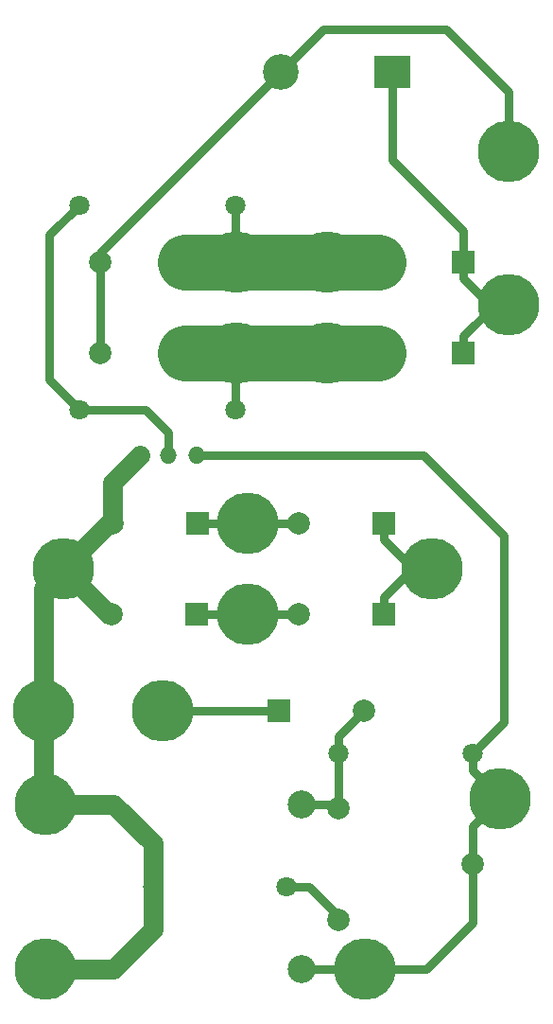
<source format=gtl>
G04 #@! TF.FileFunction,Copper,L1,Top,Signal*
%FSLAX46Y46*%
G04 Gerber Fmt 4.6, Leading zero omitted, Abs format (unit mm)*
G04 Created by KiCad (PCBNEW 4.0.4+dfsg1-stable) date Wed Nov  9 14:37:23 2016*
%MOMM*%
%LPD*%
G01*
G04 APERTURE LIST*
%ADD10C,0.100000*%
%ADD11C,1.800000*%
%ADD12C,5.500000*%
%ADD13R,3.200000X3.000000*%
%ADD14C,3.200000*%
%ADD15C,2.000000*%
%ADD16C,2.500000*%
%ADD17O,1.524000X1.524000*%
%ADD18R,2.000000X2.000000*%
%ADD19C,1.800000*%
%ADD20C,1.000000*%
%ADD21C,0.800000*%
%ADD22C,5.000000*%
%ADD23C,0.500000*%
G04 APERTURE END LIST*
D10*
D11*
X88996000Y-136144000D03*
X100996000Y-136144000D03*
X117664000Y-124206000D03*
X105664000Y-124206000D03*
D12*
X120142000Y-128270000D03*
X89916000Y-120396000D03*
X79248000Y-120396000D03*
D13*
X110490000Y-63246000D03*
D14*
X100490000Y-63246000D03*
D12*
X81026000Y-107696000D03*
X97536000Y-111760000D03*
X114046000Y-107696000D03*
X97536000Y-103632000D03*
X120904000Y-70358000D03*
X120904000Y-84074000D03*
X104648000Y-80264000D03*
X96520000Y-80264000D03*
X104648000Y-88392000D03*
X96520000Y-88392000D03*
D11*
X96408000Y-93472000D03*
X82408000Y-93472000D03*
X96408000Y-75184000D03*
X82408000Y-75184000D03*
D15*
X117664000Y-134112000D03*
X105664000Y-139112000D03*
X105664000Y-129112000D03*
D12*
X79362000Y-128778000D03*
D16*
X102362000Y-128778000D03*
D12*
X79362000Y-143510000D03*
D16*
X102362000Y-143510000D03*
D17*
X92964000Y-97536000D03*
X90424000Y-97536000D03*
X87884000Y-97536000D03*
D18*
X92964000Y-111760000D03*
D15*
X85344000Y-111760000D03*
D18*
X93008000Y-103632000D03*
D15*
X85388000Y-103632000D03*
D18*
X100330000Y-120396000D03*
D15*
X107950000Y-120396000D03*
D18*
X109728000Y-111760000D03*
D15*
X102108000Y-111760000D03*
D18*
X109728000Y-103632000D03*
D15*
X102108000Y-103632000D03*
D18*
X91948000Y-80264000D03*
D15*
X84328000Y-80264000D03*
D18*
X91948000Y-88392000D03*
D15*
X84328000Y-88392000D03*
D18*
X116840000Y-80264000D03*
D15*
X109220000Y-80264000D03*
D18*
X116840000Y-88392000D03*
D15*
X109220000Y-88392000D03*
D12*
X108000000Y-143510000D03*
D19*
X85471000Y-143510000D02*
X88996000Y-139985000D01*
X88996000Y-139985000D02*
X88996000Y-136144000D01*
X79362000Y-143510000D02*
X85471000Y-143510000D01*
X85471000Y-128778000D02*
X88996000Y-132303000D01*
X88996000Y-132303000D02*
X88996000Y-136144000D01*
X79362000Y-128778000D02*
X85471000Y-128778000D01*
X85388000Y-100032000D02*
X87884000Y-97536000D01*
X85388000Y-103632000D02*
X85388000Y-100032000D01*
X79248000Y-109474000D02*
X81026000Y-107696000D01*
X79248000Y-120396000D02*
X79248000Y-109474000D01*
D20*
X85388000Y-103632000D02*
X85090000Y-103632000D01*
D19*
X85090000Y-103632000D02*
X81026000Y-107696000D01*
D20*
X85344000Y-111760000D02*
X85090000Y-111760000D01*
D19*
X85090000Y-111760000D02*
X81026000Y-107696000D01*
X79248000Y-120396000D02*
X79248000Y-128664000D01*
D20*
X79248000Y-128664000D02*
X79362000Y-128778000D01*
D21*
X102362000Y-128778000D02*
X105664000Y-128778000D01*
X105664000Y-128778000D02*
X105664000Y-124206000D01*
X105664000Y-124206000D02*
X105664000Y-122682000D01*
X105664000Y-122682000D02*
X107950000Y-120396000D01*
X92964000Y-97536000D02*
X113284000Y-97536000D01*
X113284000Y-97536000D02*
X120476275Y-104728275D01*
X120476275Y-121393725D02*
X117664000Y-124206000D01*
X120476275Y-104728275D02*
X120476275Y-121393725D01*
X117664000Y-124206000D02*
X117664000Y-125792000D01*
X117664000Y-125792000D02*
X120142000Y-128270000D01*
X117664000Y-130748000D02*
X120142000Y-128270000D01*
X117664000Y-133778000D02*
X117664000Y-130748000D01*
X108000000Y-143510000D02*
X113538000Y-143510000D01*
X113538000Y-143510000D02*
X117664000Y-139384000D01*
X117664000Y-139384000D02*
X117664000Y-133778000D01*
X102362000Y-143510000D02*
X108000000Y-143510000D01*
X116840000Y-80264000D02*
X116840000Y-77470000D01*
X110490000Y-71120000D02*
X110490000Y-63246000D01*
X116840000Y-77470000D02*
X110490000Y-71120000D01*
X119150000Y-84074000D02*
X120904000Y-84074000D01*
X116840000Y-81764000D02*
X119150000Y-84074000D01*
X116840000Y-80264000D02*
X116840000Y-81764000D01*
X116840000Y-88392000D02*
X116840000Y-86892000D01*
X119658000Y-84074000D02*
X120904000Y-84074000D01*
X116840000Y-86892000D02*
X119658000Y-84074000D01*
X104300000Y-59436000D02*
X100490000Y-63246000D01*
X115254346Y-59436000D02*
X104300000Y-59436000D01*
X120904000Y-65085654D02*
X115254346Y-59436000D01*
X120904000Y-70358000D02*
X120904000Y-65085654D01*
X100490000Y-63246000D02*
X84328000Y-79408000D01*
X84328000Y-79408000D02*
X84328000Y-80264000D01*
X84328000Y-88392000D02*
X84328000Y-80264000D01*
X89916000Y-120396000D02*
X100330000Y-120396000D01*
X79748295Y-77843705D02*
X82408000Y-75184000D01*
X79748295Y-90812295D02*
X79748295Y-77843705D01*
X82408000Y-93472000D02*
X79748295Y-90812295D01*
X90424000Y-95504000D02*
X90424000Y-97536000D01*
X88392000Y-93472000D02*
X90424000Y-95504000D01*
X82408000Y-93472000D02*
X88392000Y-93472000D01*
X100996000Y-136144000D02*
X103030000Y-136144000D01*
X103030000Y-136144000D02*
X105664000Y-138778000D01*
D22*
X91948000Y-80264000D02*
X96520000Y-80264000D01*
X96520000Y-80264000D02*
X104648000Y-80264000D01*
X104648000Y-80264000D02*
X109220000Y-80264000D01*
D21*
X96408000Y-75184000D02*
X96408000Y-80152000D01*
D23*
X96408000Y-80152000D02*
X96520000Y-80264000D01*
D22*
X91948000Y-88392000D02*
X96520000Y-88392000D01*
X96520000Y-88392000D02*
X104648000Y-88392000D01*
X104648000Y-88392000D02*
X109220000Y-88392000D01*
D21*
X96408000Y-93472000D02*
X96408000Y-88504000D01*
D23*
X96408000Y-88504000D02*
X96520000Y-88392000D01*
D21*
X92964000Y-111760000D02*
X97536000Y-111760000D01*
X97536000Y-111760000D02*
X102108000Y-111760000D01*
X93008000Y-103632000D02*
X97536000Y-103632000D01*
X97536000Y-103632000D02*
X102108000Y-103632000D01*
X112292000Y-107696000D02*
X114046000Y-107696000D01*
X109728000Y-105132000D02*
X112292000Y-107696000D01*
X109728000Y-103632000D02*
X109728000Y-105132000D01*
X112268000Y-107696000D02*
X114046000Y-107696000D01*
X109728000Y-110236000D02*
X112268000Y-107696000D01*
X109728000Y-111760000D02*
X109728000Y-110236000D01*
M02*

</source>
